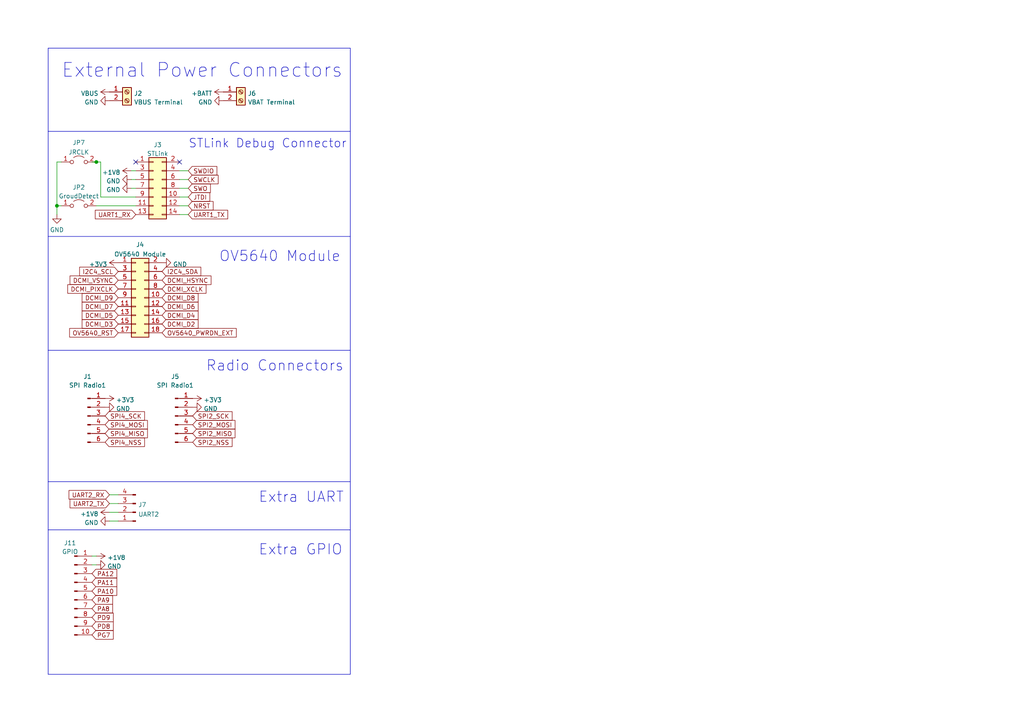
<source format=kicad_sch>
(kicad_sch (version 20230121) (generator eeschema)
  (paper "A4")
  (title_block (title "OBC Prototype Development Board") (date "2023-02-14") (rev "Rev1"))
  (lib_symbols
    (symbol "+1V8_1" (power) (pin_names (offset 0))
      (property "Value" "+1V8_1" (at 0 3.556 0))
      (symbol "+1V8_1_0_1"
        (polyline (pts (xy -0.762 1.27) (xy 0 2.54)))
        (polyline (pts (xy 0 0) (xy 0 2.54)))
        (polyline (pts (xy 0 2.54) (xy 0.762 1.27)))
      )
      (symbol "+1V8_1_1_1"
        (pin power_in line (at 0 0 90) (length 0) hide (name "+1V8") (number "1"))
      )
    )
    (symbol "+3V3_1" (power) (pin_names (offset 0))
      (property "Value" "+3V3_1" (at 0 3.556 0))
      (symbol "+3V3_1_0_1"
        (polyline (pts (xy -0.762 1.27) (xy 0 2.54)))
        (polyline (pts (xy 0 0) (xy 0 2.54)))
        (polyline (pts (xy 0 2.54) (xy 0.762 1.27)))
      )
      (symbol "+3V3_1_1_1"
        (pin power_in line (at 0 0 90) (length 0) hide (name "+3V3") (number "1"))
      )
    )
    (symbol "Connector:Conn_01x04_Male" (pin_names (offset 1.016) hide)
      (property "Reference" "J" (at 0 5.08 0))
      (property "Value" "Conn_01x04_Male" (at 0 -7.62 0))
      (symbol "Conn_01x04_Male_1_1"
        (polyline (pts (xy 1.27 -5.08) (xy 0.8636 -5.08)) (stroke (width 0.1524)))
        (polyline (pts (xy 1.27 -2.54) (xy 0.8636 -2.54)) (stroke (width 0.1524)))
        (polyline (pts (xy 1.27 0) (xy 0.8636 0)) (stroke (width 0.1524)))
        (polyline (pts (xy 1.27 2.54) (xy 0.8636 2.54)) (stroke (width 0.1524)))
        (rectangle (start 0.8636 -4.953) (end 0 -5.207) (stroke (width 0.1524)) (fill (type outline)))
        (rectangle (start 0.8636 -2.413) (end 0 -2.667) (stroke (width 0.1524)) (fill (type outline)))
        (rectangle (start 0.8636 0.127) (end 0 -0.127) (stroke (width 0.1524)) (fill (type outline)))
        (rectangle (start 0.8636 2.667) (end 0 2.413) (stroke (width 0.1524)) (fill (type outline)))
        (pin passive line (at 5.08 2.54 180) (length 3.81) (name "Pin_1") (number "1"))
        (pin passive line (at 5.08 0 180) (length 3.81) (name "Pin_2") (number "2"))
        (pin passive line (at 5.08 -2.54 180) (length 3.81) (name "Pin_3") (number "3"))
        (pin passive line (at 5.08 -5.08 180) (length 3.81) (name "Pin_4") (number "4"))
      )
    )
    (symbol "Connector:Conn_01x06_Male" (pin_names (offset 1.016) hide)
      (property "Reference" "J" (at 0 7.62 0))
      (property "Value" "Conn_01x06_Male" (at 0 -10.16 0))
      (symbol "Conn_01x06_Male_1_1"
        (polyline (pts (xy 1.27 -7.62) (xy 0.8636 -7.62)) (stroke (width 0.1524)))
        (polyline (pts (xy 1.27 -5.08) (xy 0.8636 -5.08)) (stroke (width 0.1524)))
        (polyline (pts (xy 1.27 -2.54) (xy 0.8636 -2.54)) (stroke (width 0.1524)))
        (polyline (pts (xy 1.27 0) (xy 0.8636 0)) (stroke (width 0.1524)))
        (polyline (pts (xy 1.27 2.54) (xy 0.8636 2.54)) (stroke (width 0.1524)))
        (polyline (pts (xy 1.27 5.08) (xy 0.8636 5.08)) (stroke (width 0.1524)))
        (rectangle (start 0.8636 -7.493) (end 0 -7.747) (stroke (width 0.1524)) (fill (type outline)))
        (rectangle (start 0.8636 -4.953) (end 0 -5.207) (stroke (width 0.1524)) (fill (type outline)))
        (rectangle (start 0.8636 -2.413) (end 0 -2.667) (stroke (width 0.1524)) (fill (type outline)))
        (rectangle (start 0.8636 0.127) (end 0 -0.127) (stroke (width 0.1524)) (fill (type outline)))
        (rectangle (start 0.8636 2.667) (end 0 2.413) (stroke (width 0.1524)) (fill (type outline)))
        (rectangle (start 0.8636 5.207) (end 0 4.953) (stroke (width 0.1524)) (fill (type outline)))
        (pin passive line (at 5.08 5.08 180) (length 3.81) (name "Pin_1") (number "1"))
        (pin passive line (at 5.08 2.54 180) (length 3.81) (name "Pin_2") (number "2"))
        (pin passive line (at 5.08 0 180) (length 3.81) (name "Pin_3") (number "3"))
        (pin passive line (at 5.08 -2.54 180) (length 3.81) (name "Pin_4") (number "4"))
        (pin passive line (at 5.08 -5.08 180) (length 3.81) (name "Pin_5") (number "5"))
        (pin passive line (at 5.08 -7.62 180) (length 3.81) (name "Pin_6") (number "6"))
      )
    )
    (symbol "Connector:Conn_01x10_Male" (pin_names (offset 1.016) hide)
      (property "Reference" "J" (at 0 12.7 0))
      (property "Value" "Conn_01x10_Male" (at 0 -15.24 0))
      (symbol "Conn_01x10_Male_1_1"
        (polyline (pts (xy 1.27 -12.7) (xy 0.8636 -12.7)) (stroke (width 0.1524)))
        (polyline (pts (xy 1.27 -10.16) (xy 0.8636 -10.16)) (stroke (width 0.1524)))
        (polyline (pts (xy 1.27 -7.62) (xy 0.8636 -7.62)) (stroke (width 0.1524)))
        (polyline (pts (xy 1.27 -5.08) (xy 0.8636 -5.08)) (stroke (width 0.1524)))
        (polyline (pts (xy 1.27 -2.54) (xy 0.8636 -2.54)) (stroke (width 0.1524)))
        (polyline (pts (xy 1.27 0) (xy 0.8636 0)) (stroke (width 0.1524)))
        (polyline (pts (xy 1.27 2.54) (xy 0.8636 2.54)) (stroke (width 0.1524)))
        (polyline (pts (xy 1.27 5.08) (xy 0.8636 5.08)) (stroke (width 0.1524)))
        (polyline (pts (xy 1.27 7.62) (xy 0.8636 7.62)) (stroke (width 0.1524)))
        (polyline (pts (xy 1.27 10.16) (xy 0.8636 10.16)) (stroke (width 0.1524)))
        (rectangle (start 0.8636 -12.573) (end 0 -12.827) (stroke (width 0.1524)) (fill (type outline)))
        (rectangle (start 0.8636 -10.033) (end 0 -10.287) (stroke (width 0.1524)) (fill (type outline)))
        (rectangle (start 0.8636 -7.493) (end 0 -7.747) (stroke (width 0.1524)) (fill (type outline)))
        (rectangle (start 0.8636 -4.953) (end 0 -5.207) (stroke (width 0.1524)) (fill (type outline)))
        (rectangle (start 0.8636 -2.413) (end 0 -2.667) (stroke (width 0.1524)) (fill (type outline)))
        (rectangle (start 0.8636 0.127) (end 0 -0.127) (stroke (width 0.1524)) (fill (type outline)))
        (rectangle (start 0.8636 2.667) (end 0 2.413) (stroke (width 0.1524)) (fill (type outline)))
        (rectangle (start 0.8636 5.207) (end 0 4.953) (stroke (width 0.1524)) (fill (type outline)))
        (rectangle (start 0.8636 7.747) (end 0 7.493) (stroke (width 0.1524)) (fill (type outline)))
        (rectangle (start 0.8636 10.287) (end 0 10.033) (stroke (width 0.1524)) (fill (type outline)))
        (pin passive line (at 5.08 10.16 180) (length 3.81) (name "Pin_1") (number "1"))
        (pin passive line (at 5.08 -12.7 180) (length 3.81) (name "Pin_10") (number "10"))
        (pin passive line (at 5.08 7.62 180) (length 3.81) (name "Pin_2") (number "2"))
        (pin passive line (at 5.08 5.08 180) (length 3.81) (name "Pin_3") (number "3"))
        (pin passive line (at 5.08 2.54 180) (length 3.81) (name "Pin_4") (number "4"))
        (pin passive line (at 5.08 0 180) (length 3.81) (name "Pin_5") (number "5"))
        (pin passive line (at 5.08 -2.54 180) (length 3.81) (name "Pin_6") (number "6"))
        (pin passive line (at 5.08 -5.08 180) (length 3.81) (name "Pin_7") (number "7"))
        (pin passive line (at 5.08 -7.62 180) (length 3.81) (name "Pin_8") (number "8"))
        (pin passive line (at 5.08 -10.16 180) (length 3.81) (name "Pin_9") (number "9"))
      )
    )
    (symbol "Connector:Screw_Terminal_01x02" (pin_names (offset 1.016) hide)
      (property "Reference" "J" (at 0 2.54 0))
      (property "Value" "Screw_Terminal_01x02" (at 0 -5.08 0))
      (symbol "Screw_Terminal_01x02_1_1"
        (rectangle (start -1.27 1.27) (end 1.27 -3.81) (stroke (width 0.254)) (fill (type background)))
        (circle (center 0 -2.54) (radius 0.635) (stroke (width 0.1524)))
        (polyline (pts (xy -0.5334 -2.2098) (xy 0.3302 -3.048)) (stroke (width 0.1524)))
        (polyline (pts (xy -0.5334 0.3302) (xy 0.3302 -0.508)) (stroke (width 0.1524)))
        (polyline (pts (xy -0.3556 -2.032) (xy 0.508 -2.8702)) (stroke (width 0.1524)))
        (polyline (pts (xy -0.3556 0.508) (xy 0.508 -0.3302)) (stroke (width 0.1524)))
        (circle (center 0 0) (radius 0.635) (stroke (width 0.1524)))
        (pin passive line (at -5.08 0 0) (length 3.81) (name "Pin_1") (number "1"))
        (pin passive line (at -5.08 -2.54 0) (length 3.81) (name "Pin_2") (number "2"))
      )
    )
    (symbol "Connector_Generic:Conn_02x07_Odd_Even" (pin_names (offset 1.016) hide)
      (property "Reference" "J" (at 1.27 10.16 0))
      (property "Value" "Conn_02x07_Odd_Even" (at 1.27 -10.16 0))
      (symbol "Conn_02x07_Odd_Even_1_1"
        (rectangle (start -1.27 -7.493) (end 0 -7.747) (stroke (width 0.1524)))
        (rectangle (start -1.27 -4.953) (end 0 -5.207) (stroke (width 0.1524)))
        (rectangle (start -1.27 -2.413) (end 0 -2.667) (stroke (width 0.1524)))
        (rectangle (start -1.27 0.127) (end 0 -0.127) (stroke (width 0.1524)))
        (rectangle (start -1.27 2.667) (end 0 2.413) (stroke (width 0.1524)))
        (rectangle (start -1.27 5.207) (end 0 4.953) (stroke (width 0.1524)))
        (rectangle (start -1.27 7.747) (end 0 7.493) (stroke (width 0.1524)))
        (rectangle (start -1.27 8.89) (end 3.81 -8.89) (stroke (width 0.254)) (fill (type background)))
        (rectangle (start 3.81 -7.493) (end 2.54 -7.747) (stroke (width 0.1524)))
        (rectangle (start 3.81 -4.953) (end 2.54 -5.207) (stroke (width 0.1524)))
        (rectangle (start 3.81 -2.413) (end 2.54 -2.667) (stroke (width 0.1524)))
        (rectangle (start 3.81 0.127) (end 2.54 -0.127) (stroke (width 0.1524)))
        (rectangle (start 3.81 2.667) (end 2.54 2.413) (stroke (width 0.1524)))
        (rectangle (start 3.81 5.207) (end 2.54 4.953) (stroke (width 0.1524)))
        (rectangle (start 3.81 7.747) (end 2.54 7.493) (stroke (width 0.1524)))
        (pin passive line (at -5.08 7.62 0) (length 3.81) (name "Pin_1") (number "1"))
        (pin passive line (at 7.62 -2.54 180) (length 3.81) (name "Pin_10") (number "10"))
        (pin passive line (at -5.08 -5.08 0) (length 3.81) (name "Pin_11") (number "11"))
        (pin passive line (at 7.62 -5.08 180) (length 3.81) (name "Pin_12") (number "12"))
        (pin passive line (at -5.08 -7.62 0) (length 3.81) (name "Pin_13") (number "13"))
        (pin passive line (at 7.62 -7.62 180) (length 3.81) (name "Pin_14") (number "14"))
        (pin passive line (at 7.62 7.62 180) (length 3.81) (name "Pin_2") (number "2"))
        (pin passive line (at -5.08 5.08 0) (length 3.81) (name "Pin_3") (number "3"))
        (pin passive line (at 7.62 5.08 180) (length 3.81) (name "Pin_4") (number "4"))
        (pin passive line (at -5.08 2.54 0) (length 3.81) (name "Pin_5") (number "5"))
        (pin passive line (at 7.62 2.54 180) (length 3.81) (name "Pin_6") (number "6"))
        (pin passive line (at -5.08 0 0) (length 3.81) (name "Pin_7") (number "7"))
        (pin passive line (at 7.62 0 180) (length 3.81) (name "Pin_8") (number "8"))
        (pin passive line (at -5.08 -2.54 0) (length 3.81) (name "Pin_9") (number "9"))
      )
    )
    (symbol "Connector_Generic:Conn_02x09_Odd_Even" (pin_names (offset 1.016) hide)
      (property "Reference" "J" (at 1.27 12.7 0))
      (property "Value" "Conn_02x09_Odd_Even" (at 1.27 -12.7 0))
      (symbol "Conn_02x09_Odd_Even_1_1"
        (rectangle (start -1.27 -10.033) (end 0 -10.287) (stroke (width 0.1524)))
        (rectangle (start -1.27 -7.493) (end 0 -7.747) (stroke (width 0.1524)))
        (rectangle (start -1.27 -4.953) (end 0 -5.207) (stroke (width 0.1524)))
        (rectangle (start -1.27 -2.413) (end 0 -2.667) (stroke (width 0.1524)))
        (rectangle (start -1.27 0.127) (end 0 -0.127) (stroke (width 0.1524)))
        (rectangle (start -1.27 2.667) (end 0 2.413) (stroke (width 0.1524)))
        (rectangle (start -1.27 5.207) (end 0 4.953) (stroke (width 0.1524)))
        (rectangle (start -1.27 7.747) (end 0 7.493) (stroke (width 0.1524)))
        (rectangle (start -1.27 10.287) (end 0 10.033) (stroke (width 0.1524)))
        (rectangle (start -1.27 11.43) (end 3.81 -11.43) (stroke (width 0.254)) (fill (type background)))
        (rectangle (start 3.81 -10.033) (end 2.54 -10.287) (stroke (width 0.1524)))
        (rectangle (start 3.81 -7.493) (end 2.54 -7.747) (stroke (width 0.1524)))
        (rectangle (start 3.81 -4.953) (end 2.54 -5.207) (stroke (width 0.1524)))
        (rectangle (start 3.81 -2.413) (end 2.54 -2.667) (stroke (width 0.1524)))
        (rectangle (start 3.81 0.127) (end 2.54 -0.127) (stroke (width 0.1524)))
        (rectangle (start 3.81 2.667) (end 2.54 2.413) (stroke (width 0.1524)))
        (rectangle (start 3.81 5.207) (end 2.54 4.953) (stroke (width 0.1524)))
        (rectangle (start 3.81 7.747) (end 2.54 7.493) (stroke (width 0.1524)))
        (rectangle (start 3.81 10.287) (end 2.54 10.033) (stroke (width 0.1524)))
        (pin passive line (at -5.08 10.16 0) (length 3.81) (name "Pin_1") (number "1"))
        (pin passive line (at 7.62 0 180) (length 3.81) (name "Pin_10") (number "10"))
        (pin passive line (at -5.08 -2.54 0) (length 3.81) (name "Pin_11") (number "11"))
        (pin passive line (at 7.62 -2.54 180) (length 3.81) (name "Pin_12") (number "12"))
        (pin passive line (at -5.08 -5.08 0) (length 3.81) (name "Pin_13") (number "13"))
        (pin passive line (at 7.62 -5.08 180) (length 3.81) (name "Pin_14") (number "14"))
        (pin passive line (at -5.08 -7.62 0) (length 3.81) (name "Pin_15") (number "15"))
        (pin passive line (at 7.62 -7.62 180) (length 3.81) (name "Pin_16") (number "16"))
        (pin passive line (at -5.08 -10.16 0) (length 3.81) (name "Pin_17") (number "17"))
        (pin passive line (at 7.62 -10.16 180) (length 3.81) (name "Pin_18") (number "18"))
        (pin passive line (at 7.62 10.16 180) (length 3.81) (name "Pin_2") (number "2"))
        (pin passive line (at -5.08 7.62 0) (length 3.81) (name "Pin_3") (number "3"))
        (pin passive line (at 7.62 7.62 180) (length 3.81) (name "Pin_4") (number "4"))
        (pin passive line (at -5.08 5.08 0) (length 3.81) (name "Pin_5") (number "5"))
        (pin passive line (at 7.62 5.08 180) (length 3.81) (name "Pin_6") (number "6"))
        (pin passive line (at -5.08 2.54 0) (length 3.81) (name "Pin_7") (number "7"))
        (pin passive line (at 7.62 2.54 180) (length 3.81) (name "Pin_8") (number "8"))
        (pin passive line (at -5.08 0 0) (length 3.81) (name "Pin_9") (number "9"))
      )
    )
    (symbol "GND_1" (power) (pin_names (offset 0))
      (property "Value" "GND_1" (at 0 -3.81 0))
      (symbol "GND_1_0_1"
        (polyline (pts (xy 0 0) (xy 0 -1.27) (xy 1.27 -1.27) (xy 0 -2.54) (xy -1.27 -1.27) (xy 0 -1.27)))
      )
      (symbol "GND_1_1_1"
        (pin power_in line (at 0 0 270) (length 0) hide (name "GND") (number "1"))
      )
    )
    (symbol "GND_2" (power) (pin_names (offset 0))
      (property "Value" "GND_2" (at 0 -3.81 0))
      (symbol "GND_2_0_1"
        (polyline (pts (xy 0 0) (xy 0 -1.27) (xy 1.27 -1.27) (xy 0 -2.54) (xy -1.27 -1.27) (xy 0 -1.27)))
      )
      (symbol "GND_2_1_1"
        (pin power_in line (at 0 0 270) (length 0) hide (name "GND") (number "1"))
      )
    )
    (symbol "Jumper:Jumper_2_Open" (pin_names (offset 0) hide)
      (property "Reference" "JP" (at 0 2.794 0))
      (property "Value" "Jumper_2_Open" (at 0 -2.286 0))
      (symbol "Jumper_2_Open_0_0"
        (circle (center -2.032 0) (radius 0.508))
        (circle (center 2.032 0) (radius 0.508))
      )
      (symbol "Jumper_2_Open_0_1"
        (arc (start 1.524 1.27) (mid 0 1.778) (end -1.524 1.27))
      )
      (symbol "Jumper_2_Open_1_1"
        (pin passive line (at -5.08 0 0) (length 2.54) (name "A") (number "1"))
        (pin passive line (at 5.08 0 180) (length 2.54) (name "B") (number "2"))
      )
    )
    (symbol "power:+1V8" (power) (pin_names (offset 0))
      (property "Value" "+1V8" (at 0 3.556 0))
      (symbol "+1V8_0_1"
        (polyline (pts (xy -0.762 1.27) (xy 0 2.54)))
        (polyline (pts (xy 0 0) (xy 0 2.54)))
        (polyline (pts (xy 0 2.54) (xy 0.762 1.27)))
      )
      (symbol "+1V8_1_1"
        (pin power_in line (at 0 0 90) (length 0) hide (name "+1V8") (number "1"))
      )
    )
    (symbol "power:+3V3" (power) (pin_names (offset 0))
      (property "Value" "+3V3" (at 0 3.556 0))
      (symbol "+3V3_0_1"
        (polyline (pts (xy -0.762 1.27) (xy 0 2.54)))
        (polyline (pts (xy 0 0) (xy 0 2.54)))
        (polyline (pts (xy 0 2.54) (xy 0.762 1.27)))
      )
      (symbol "+3V3_1_1"
        (pin power_in line (at 0 0 90) (length 0) hide (name "+3V3") (number "1"))
      )
    )
    (symbol "power:+BATT" (power) (pin_names (offset 0))
      (property "Value" "+BATT" (at 0 3.556 0))
      (symbol "+BATT_0_1"
        (polyline (pts (xy -0.762 1.27) (xy 0 2.54)))
        (polyline (pts (xy 0 0) (xy 0 2.54)))
        (polyline (pts (xy 0 2.54) (xy 0.762 1.27)))
      )
      (symbol "+BATT_1_1"
        (pin power_in line (at 0 0 90) (length 0) hide (name "+BATT") (number "1"))
      )
    )
    (symbol "power:GND" (power) (pin_names (offset 0))
      (property "Value" "GND" (at 0 -3.81 0))
      (symbol "GND_0_1"
        (polyline (pts (xy 0 0) (xy 0 -1.27) (xy 1.27 -1.27) (xy 0 -2.54) (xy -1.27 -1.27) (xy 0 -1.27)))
      )
      (symbol "GND_1_1"
        (pin power_in line (at 0 0 270) (length 0) hide (name "GND") (number "1"))
      )
    )
    (symbol "power:VBUS" (power) (pin_names (offset 0))
      (property "Value" "VBUS" (at 0 3.81 0))
      (symbol "VBUS_0_1"
        (polyline (pts (xy -0.762 1.27) (xy 0 2.54)))
        (polyline (pts (xy 0 0) (xy 0 2.54)))
        (polyline (pts (xy 0 2.54) (xy 0.762 1.27)))
      )
      (symbol "VBUS_1_1"
        (pin power_in line (at 0 0 90) (length 0) hide (name "VBUS") (number "1"))
      )
    )
  )
  (junction (at 27.94 46.99))
  (junction (at 16.51 59.69))
  (no_connect (at 39.37 46.99))
  (no_connect (at 52.07 46.99))
  (wire (pts (xy 26.67 46.99) (xy 27.94 46.99)))
  (polyline (pts (xy 101.6 195.58) (xy 101.6 153.67)))
  (polyline (pts (xy 101.6 68.58) (xy 101.6 101.6)))
  (wire (pts (xy 29.21 57.15) (xy 29.21 46.99)))
  (wire (pts (xy 26.67 163.83) (xy 27.94 163.83)))
  (wire (pts (xy 16.51 59.69) (xy 16.51 62.23)))
  (wire (pts (xy 16.51 46.99) (xy 16.51 59.69)))
  (polyline (pts (xy 101.6 101.6) (xy 101.6 139.7)))
  (wire (pts (xy 34.29 143.51) (xy 31.75 143.51)))
  (wire (pts (xy 38.1 49.53) (xy 39.37 49.53)))
  (polyline (pts (xy 13.97 195.58) (xy 101.6 195.58)))
  (wire (pts (xy 31.75 146.05) (xy 34.29 146.05)))
  (polyline (pts (xy 13.97 13.97) (xy 13.97 38.1)))
  (polyline (pts (xy 13.97 139.7) (xy 13.97 101.6)))
  (polyline (pts (xy 13.97 153.67) (xy 13.97 139.7)))
  (polyline (pts (xy 101.6 68.58) (xy 101.6 38.1)))
  (wire (pts (xy 39.37 52.07) (xy 38.1 52.07)))
  (polyline (pts (xy 13.97 68.58) (xy 101.6 68.58)))
  (polyline (pts (xy 13.97 101.6) (xy 13.97 68.58)))
  (wire (pts (xy 34.29 148.59) (xy 31.75 148.59)))
  (polyline (pts (xy 101.6 13.97) (xy 101.6 38.1)))
  (wire (pts (xy 17.78 59.69) (xy 16.51 59.69)))
  (polyline (pts (xy 101.6 153.67) (xy 13.97 153.67)))
  (wire (pts (xy 26.67 161.29) (xy 27.94 161.29)))
  (wire (pts (xy 52.07 59.69) (xy 54.61 59.69)))
  (wire (pts (xy 52.07 62.23) (xy 54.61 62.23)))
  (polyline (pts (xy 101.6 139.7) (xy 101.6 153.67)))
  (wire (pts (xy 17.78 46.99) (xy 16.51 46.99)))
  (wire (pts (xy 54.61 52.07) (xy 52.07 52.07)))
  (wire (pts (xy 27.94 59.69) (xy 39.37 59.69)))
  (wire (pts (xy 31.75 151.13) (xy 34.29 151.13)))
  (wire (pts (xy 29.21 57.15) (xy 39.37 57.15)))
  (polyline (pts (xy 13.97 153.67) (xy 13.97 195.58)))
  (wire (pts (xy 39.37 54.61) (xy 38.1 54.61)))
  (polyline (pts (xy 13.97 38.1) (xy 13.97 68.58)))
  (polyline (pts (xy 101.6 101.6) (xy 13.97 101.6)))
  (polyline (pts (xy 101.6 38.1) (xy 13.97 38.1)))
  (wire (pts (xy 54.61 49.53) (xy 52.07 49.53)))
  (wire (pts (xy 54.61 57.15) (xy 52.07 57.15)))
  (wire (pts (xy 29.21 46.99) (xy 27.94 46.99)))
  (polyline (pts (xy 13.97 13.97) (xy 101.6 13.97)))
  (polyline (pts (xy 101.6 139.7) (xy 13.97 139.7)))
  (wire (pts (xy 54.61 54.61) (xy 52.07 54.61)))
  (text "Extra UART" (at 74.93 146.05 0) (effects (font (size 3 3)) (justify left bottom)))
  (text "OV5640 Module" (at 63.5 76.2 0) (effects (font (size 3 3)) (justify left bottom)))
  (text "STLink Debug Connector\n" (at 54.61 43.18 0) (effects (font (size 2.5 2.5)) (justify left bottom)))
  (text "Radio Connectors\n" (at 59.69 107.95 0) (effects (font (size 3 3)) (justify left bottom)))
  (text "External Power Connectors\n" (at 17.78 22.86 0) (effects (font (size 4 4)) (justify left bottom)))
  (text "Extra GPIO" (at 74.93 161.29 0) (effects (font (size 3 3)) (justify left bottom)))
  (global_label "DCMI_D6" (shape input) (at 46.99 88.9 0) (property "Intersheetrefs" "${INTERSHEET_REFS}" (effects hide)))
  (global_label "PA9" (shape input) (at 26.67 173.99 0) (property "Intersheetrefs" "${INTERSHEET_REFS}" (effects hide)))
  (global_label "PA10" (shape input) (at 26.67 171.45 0) (property "Intersheetrefs" "${INTERSHEET_REFS}" (effects hide)))
  (global_label "UART2_TX" (shape input) (at 31.75 146.05 180) (property "Intersheetrefs" "${INTERSHEET_REFS}" (effects hide)))
  (global_label "PA11" (shape input) (at 26.67 168.91 0) (property "Intersheetrefs" "${INTERSHEET_REFS}" (effects hide)))
  (global_label "OV5640_RST" (shape input) (at 34.29 96.52 180) (property "Intersheetrefs" "${INTERSHEET_REFS}" (effects hide)))
  (global_label "DCMI_PIXCLK" (shape input) (at 34.29 83.82 180) (property "Intersheetrefs" "${INTERSHEET_REFS}" (effects hide)))
  (global_label "DCMI_D9" (shape input) (at 34.29 86.36 180) (property "Intersheetrefs" "${INTERSHEET_REFS}" (effects hide)))
  (global_label "SPI2_MOSI" (shape input) (at 55.88 123.19 0) (property "Intersheetrefs" "${INTERSHEET_REFS}" (effects hide)))
  (global_label "PG7" (shape input) (at 26.67 184.15 0) (property "Intersheetrefs" "${INTERSHEET_REFS}" (effects hide)))
  (global_label "PD9" (shape input) (at 26.67 179.07 0) (property "Intersheetrefs" "${INTERSHEET_REFS}" (effects hide)))
  (global_label "DCMI_XCLK" (shape input) (at 46.99 83.82 0) (property "Intersheetrefs" "${INTERSHEET_REFS}" (effects hide)))
  (global_label "SPI4_NSS" (shape input) (at 30.48 128.27 0) (property "Intersheetrefs" "${INTERSHEET_REFS}" (effects hide)))
  (global_label "DCMI_D8" (shape input) (at 46.99 86.36 0) (property "Intersheetrefs" "${INTERSHEET_REFS}" (effects hide)))
  (global_label "SWDIO" (shape input) (at 54.61 49.53 0) (property "Intersheetrefs" "${INTERSHEET_REFS}" (effects hide)))
  (global_label "I2C4_SDA" (shape input) (at 46.99 78.74 0) (property "Intersheetrefs" "${INTERSHEET_REFS}" (effects hide)))
  (global_label "DCMI_VSYNC" (shape input) (at 34.29 81.28 180) (property "Intersheetrefs" "${INTERSHEET_REFS}" (effects hide)))
  (global_label "SPI2_SCK" (shape input) (at 55.88 120.65 0) (property "Intersheetrefs" "${INTERSHEET_REFS}" (effects hide)))
  (global_label "SPI4_MISO" (shape input) (at 30.48 125.73 0) (property "Intersheetrefs" "${INTERSHEET_REFS}" (effects hide)))
  (global_label "UART1_TX" (shape input) (at 54.61 62.23 0) (property "Intersheetrefs" "${INTERSHEET_REFS}" (effects hide)))
  (global_label "DCMI_D7" (shape input) (at 34.29 88.9 180) (property "Intersheetrefs" "${INTERSHEET_REFS}" (effects hide)))
  (global_label "DCMI_HSYNC" (shape input) (at 46.99 81.28 0) (property "Intersheetrefs" "${INTERSHEET_REFS}" (effects hide)))
  (global_label "SPI2_NSS" (shape input) (at 55.88 128.27 0) (property "Intersheetrefs" "${INTERSHEET_REFS}" (effects hide)))
  (global_label "SPI4_MOSI" (shape input) (at 30.48 123.19 0) (property "Intersheetrefs" "${INTERSHEET_REFS}" (effects hide)))
  (global_label "SPI2_MISO" (shape input) (at 55.88 125.73 0) (property "Intersheetrefs" "${INTERSHEET_REFS}" (effects hide)))
  (global_label "PA12" (shape input) (at 26.67 166.37 0) (property "Intersheetrefs" "${INTERSHEET_REFS}" (effects hide)))
  (global_label "I2C4_SCL" (shape input) (at 34.29 78.74 180) (property "Intersheetrefs" "${INTERSHEET_REFS}" (effects hide)))
  (global_label "DCMI_D2" (shape input) (at 46.99 93.98 0) (property "Intersheetrefs" "${INTERSHEET_REFS}" (effects hide)))
  (global_label "DCMI_D4" (shape input) (at 46.99 91.44 0) (property "Intersheetrefs" "${INTERSHEET_REFS}" (effects hide)))
  (global_label "SWCLK" (shape input) (at 54.61 52.07 0) (property "Intersheetrefs" "${INTERSHEET_REFS}" (effects hide)))
  (global_label "DCMI_D3" (shape input) (at 34.29 93.98 180) (property "Intersheetrefs" "${INTERSHEET_REFS}" (effects hide)))
  (global_label "SWO" (shape input) (at 54.61 54.61 0) (property "Intersheetrefs" "${INTERSHEET_REFS}" (effects hide)))
  (global_label "UART2_RX" (shape input) (at 31.75 143.51 180) (property "Intersheetrefs" "${INTERSHEET_REFS}" (effects hide)))
  (global_label "PA8" (shape input) (at 26.67 176.53 0) (property "Intersheetrefs" "${INTERSHEET_REFS}" (effects hide)))
  (global_label "NRST" (shape input) (at 54.61 59.69 0) (property "Intersheetrefs" "${INTERSHEET_REFS}" (effects hide)))
  (global_label "UART1_RX" (shape input) (at 39.37 62.23 180) (property "Intersheetrefs" "${INTERSHEET_REFS}" (effects hide)))
  (global_label "PD8" (shape input) (at 26.67 181.61 0) (property "Intersheetrefs" "${INTERSHEET_REFS}" (effects hide)))
  (global_label "DCMI_D5" (shape input) (at 34.29 91.44 180) (property "Intersheetrefs" "${INTERSHEET_REFS}" (effects hide)))
  (global_label "JTDI" (shape input) (at 54.61 57.15 0) (property "Intersheetrefs" "${INTERSHEET_REFS}" (effects hide)))
  (global_label "SPI4_SCK" (shape input) (at 30.48 120.65 0) (property "Intersheetrefs" "${INTERSHEET_REFS}" (effects hide)))
  (global_label "OV5640_PWRDN_EXT" (shape input) (at 46.99 96.52 0) (property "Intersheetrefs" "${INTERSHEET_REFS}" (effects hide)))
  (symbol (lib_id "power:VBUS") (at 31.75 26.67 90) (unit 1)
    (property "Reference" "#PWR0195" (effects hide))
    (property "Value" "VBUS" (at 28.575 27.1038 90) (effects (justify left)))
  )
  (symbol (lib_id "power:+1V8") (at 38.1 49.53 90) (unit 1)
    (property "Reference" "#PWR0221" (effects hide))
    (property "Value" "+1V8" (at 34.925 50.009 90) (effects (justify left)))
  )
  (symbol (lib_id "power:GND") (at 55.88 118.11 90) (unit 1)
    (property "Reference" "#PWR0188" (effects hide))
    (property "Value" "GND" (at 59.055 118.5438 90) (effects (justify right)))
  )
  (symbol (lib_id "power:+BATT") (at 64.77 26.67 90) (unit 1)
    (property "Reference" "#PWR0193" (effects hide))
    (property "Value" "+BATT" (at 61.595 27.1038 90) (effects (justify left)))
  )
  (symbol (lib_id "power:GND") (at 38.1 52.07 270) (unit 1)
    (property "Reference" "#PWR0194" (effects hide))
    (property "Value" "GND" (at 34.9251 52.5038 90) (effects (justify right)))
  )
  (symbol (lib_name "GND_1") (lib_id "power:GND") (at 46.99 76.2 90) (unit 1)
    (property "Reference" "#PWR0190" (effects hide))
    (property "Value" "GND" (at 50.165 76.679 90) (effects (justify right)))
  )
  (symbol (lib_name "+3V3_1") (lib_id "power:+3V3") (at 30.48 115.57 270) (unit 1)
    (property "Reference" "#PWR0186" (effects hide))
    (property "Value" "+3V3" (at 33.655 116.0038 90) (effects (justify left)))
  )
  (symbol (lib_id "Connector:Conn_01x10_Male") (at 21.59 171.45 0) (unit 1)
    (property "Reference" "J11" (at 20.32 157.48 0))
    (property "Value" "GPIO" (at 20.32 160.02 0))
    (property "Footprint" "Connector_PinHeader_2.54mm:PinHeader_1x10_P2.54mm_Vertical" (effects hide))
  )
  (symbol (lib_name "+1V8_1") (lib_id "power:+1V8") (at 27.94 161.29 270) (unit 1)
    (property "Reference" "#PWR0246" (effects hide))
    (property "Value" "+1V8" (at 31.115 161.7238 90) (effects (justify left)))
  )
  (symbol (lib_id "power:GND") (at 16.51 62.23 0) (unit 1)
    (property "Reference" "#PWR0189" (effects hide))
    (property "Value" "GND" (at 16.51 66.6734 0))
  )
  (symbol (lib_id "Connector:Screw_Terminal_01x02") (at 69.85 26.67 0) (unit 1)
    (property "Reference" "J6" (at 71.882 27.1053 0) (effects (justify left)))
    (property "Value" "VBAT Terminal" (at 71.882 29.6422 0) (effects (justify left)))
    (property "Footprint" "TerminalBlock_TE-Connectivity:TerminalBlock_TE_282834-2_1x02_P2.54mm_Horizontal" (effects hide))
  )
  (symbol (lib_id "Connector_Generic:Conn_02x09_Odd_Even") (at 39.37 86.36 0) (unit 1)
    (property "Reference" "J4" (at 40.64 70.9635 0))
    (property "Value" "OV5640 Module" (at 40.64 73.7386 0))
    (property "Footprint" "Connector_PinHeader_2.54mm:PinHeader_2x09_P2.54mm_Vertical" (effects hide))
  )
  (symbol (lib_id "power:GND") (at 38.1 54.61 270) (unit 1)
    (property "Reference" "#PWR0197" (effects hide))
    (property "Value" "GND" (at 34.9251 55.0438 90) (effects (justify right)))
  )
  (symbol (lib_id "power:GND") (at 64.77 29.21 270) (unit 1)
    (property "Reference" "#PWR0192" (effects hide))
    (property "Value" "GND" (at 61.5951 29.6438 90) (effects (justify right)))
  )
  (symbol (lib_id "Jumper:Jumper_2_Open") (at 22.86 59.69 0) (unit 1)
    (property "Reference" "JP2" (at 22.86 54.3392 0))
    (property "Value" "GroudDetect" (at 22.86 56.8761 0))
    (property "Footprint" "Connector_PinHeader_2.54mm:PinHeader_1x02_P2.54mm_Vertical" (effects hide))
  )
  (symbol (lib_id "power:GND") (at 31.75 29.21 270) (unit 1)
    (property "Reference" "#PWR0196" (effects hide))
    (property "Value" "GND" (at 28.5751 29.6438 90) (effects (justify right)))
  )
  (symbol (lib_id "power:+3V3") (at 34.29 76.2 90) (unit 1)
    (property "Reference" "#PWR0191" (effects hide))
    (property "Value" "+3V3" (at 31.115 76.679 90) (effects (justify left)))
  )
  (symbol (lib_name "+3V3_1") (lib_id "power:+3V3") (at 55.88 115.57 270) (unit 1)
    (property "Reference" "#PWR0187" (effects hide))
    (property "Value" "+3V3" (at 59.055 116.0038 90) (effects (justify left)))
  )
  (symbol (lib_id "Connector:Conn_01x04_Male") (at 39.37 148.59 180) (unit 1)
    (property "Reference" "J7" (at 40.0812 146.4115 0) (effects (justify right)))
    (property "Value" "UART2" (at 40.0812 149.1866 0) (effects (justify right)))
    (property "Footprint" "Connector_PinHeader_2.54mm:PinHeader_1x04_P2.54mm_Vertical" (effects hide))
  )
  (symbol (lib_id "Connector:Screw_Terminal_01x02") (at 36.83 26.67 0) (unit 1)
    (property "Reference" "J2" (at 38.862 27.1053 0) (effects (justify left)))
    (property "Value" "VBUS Terminal" (at 38.862 29.6422 0) (effects (justify left)))
    (property "Footprint" "TerminalBlock_TE-Connectivity:TerminalBlock_TE_282834-2_1x02_P2.54mm_Horizontal" (effects hide))
  )
  (symbol (lib_id "power:GND") (at 30.48 118.11 90) (unit 1)
    (property "Reference" "#PWR0185" (effects hide))
    (property "Value" "GND" (at 33.655 118.5438 90) (effects (justify right)))
  )
  (symbol (lib_id "power:GND") (at 27.94 163.83 90) (unit 1)
    (property "Reference" "#PWR0247" (effects hide))
    (property "Value" "GND" (at 31.115 164.2638 90) (effects (justify right)))
  )
  (symbol (lib_id "Jumper:Jumper_2_Open") (at 22.86 46.99 0) (unit 1)
    (property "Reference" "JP7" (at 22.86 41.3725 0))
    (property "Value" "JRCLK" (at 22.86 44.1476 0))
    (property "Footprint" "Connector_PinHeader_2.54mm:PinHeader_1x02_P2.54mm_Vertical" (effects hide))
  )
  (symbol (lib_name "GND_2") (lib_id "power:GND") (at 31.75 151.13 270) (unit 1)
    (property "Reference" "#PWR0222" (effects hide))
    (property "Value" "GND" (at 28.5751 151.609 90) (effects (justify right)))
  )
  (symbol (lib_id "Connector:Conn_01x06_Male") (at 25.4 120.65 0) (unit 1)
    (property "Reference" "J1" (at 25.4 109.22 0))
    (property "Value" "SPI Radio1" (at 25.4 111.76 0))
    (property "Footprint" "Connector_PinHeader_2.54mm:PinHeader_1x06_P2.54mm_Vertical" (effects hide))
  )
  (symbol (lib_id "Connector:Conn_01x06_Male") (at 50.8 120.65 0) (unit 1)
    (property "Reference" "J5" (at 50.8 109.22 0))
    (property "Value" "SPI Radio1" (at 50.8 111.76 0))
    (property "Footprint" "Connector_PinHeader_2.54mm:PinHeader_1x06_P2.54mm_Vertical" (effects hide))
  )
  (symbol (lib_id "Connector_Generic:Conn_02x07_Odd_Even") (at 44.45 54.61 0) (unit 1)
    (property "Reference" "J3" (at 45.72 42.0202 0))
    (property "Value" "STLink" (at 45.72 44.5571 0))
    (property "Footprint" "Connector_PinHeader_1.27mm:PinHeader_2x07_P1.27mm_Vertical" (effects hide))
  )
  (symbol (lib_id "power:+1V8") (at 31.75 148.59 90) (unit 1)
    (property "Reference" "#PWR0223" (effects hide))
    (property "Value" "+1V8" (at 28.575 149.069 90) (effects (justify left)))
  )
)
</source>
